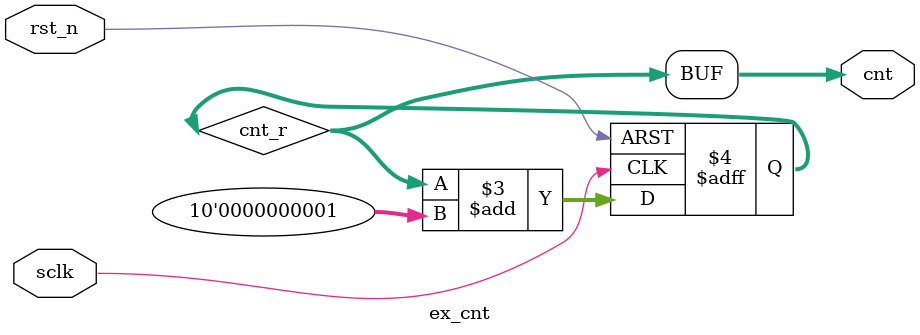
<source format=v>
module ex_cnt(
       input wire         sclk,
	   input wire         rst_n,
	   output wire   [9:0] cnt
);

reg [9:0] cnt_r;

assign cnt = cnt_r;

always @(posedge sclk or negedge rst_n)
begin
  if(rst_n == 1'b0)
    cnt_r <= 10'b00_0000_0000;
  else
    cnt_r <= cnt_r + 10'b00_0000_0001;
end


endmodule
</source>
